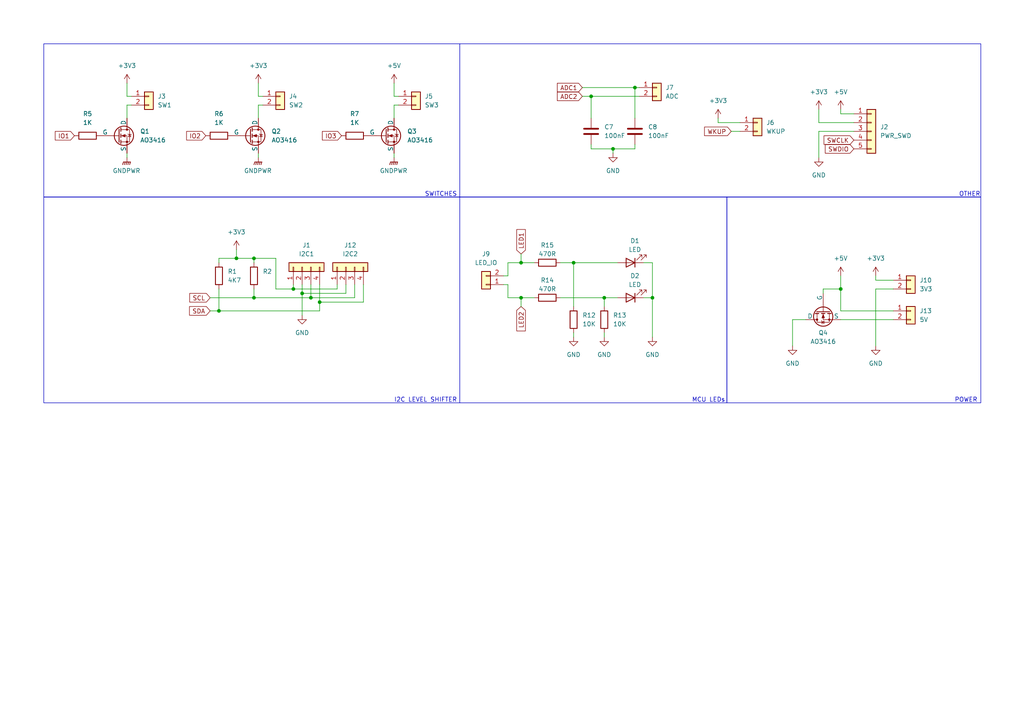
<source format=kicad_sch>
(kicad_sch (version 20230121) (generator eeschema)
  (paper "A4")
  (title_block (title "ESPIOT peripherals") (date "2024-03-17") (rev "2") (company "Emanuele Sormani") (comment 1 "Rev 2: added reverse polarity protection"))
  (lib_symbols
    (symbol "Connector_Generic:Conn_01x02" (pin_names (offset 1.016) hide)
      (property "Reference" "J" (at 0 2.54 0))
      (property "Value" "Conn_01x02" (at 0 -5.08 0))
      (symbol "Conn_01x02_1_1"
        (rectangle (start -1.27 -2.413) (end 0 -2.667) (stroke (width 0.1524)))
        (rectangle (start -1.27 0.127) (end 0 -0.127) (stroke (width 0.1524)))
        (rectangle (start -1.27 1.27) (end 1.27 -3.81) (stroke (width 0.254)) (fill (type background)))
        (pin passive line (at -5.08 0 0) (length 3.81) (name "Pin_1") (number "1"))
        (pin passive line (at -5.08 -2.54 0) (length 3.81) (name "Pin_2") (number "2"))
      )
    )
    (symbol "Connector_Generic:Conn_01x04" (pin_names (offset 1.016) hide)
      (property "Reference" "J" (at 0 5.08 0))
      (property "Value" "Conn_01x04" (at 0 -7.62 0))
      (symbol "Conn_01x04_1_1"
        (rectangle (start -1.27 -4.953) (end 0 -5.207) (stroke (width 0.1524)))
        (rectangle (start -1.27 -2.413) (end 0 -2.667) (stroke (width 0.1524)))
        (rectangle (start -1.27 0.127) (end 0 -0.127) (stroke (width 0.1524)))
        (rectangle (start -1.27 2.667) (end 0 2.413) (stroke (width 0.1524)))
        (rectangle (start -1.27 3.81) (end 1.27 -6.35) (stroke (width 0.254)) (fill (type background)))
        (pin passive line (at -5.08 2.54 0) (length 3.81) (name "Pin_1") (number "1"))
        (pin passive line (at -5.08 0 0) (length 3.81) (name "Pin_2") (number "2"))
        (pin passive line (at -5.08 -2.54 0) (length 3.81) (name "Pin_3") (number "3"))
        (pin passive line (at -5.08 -5.08 0) (length 3.81) (name "Pin_4") (number "4"))
      )
    )
    (symbol "Connector_Generic:Conn_01x05" (pin_names (offset 1.016) hide)
      (property "Reference" "J" (at 0 7.62 0))
      (property "Value" "Conn_01x05" (at 0 -7.62 0))
      (symbol "Conn_01x05_1_1"
        (rectangle (start -1.27 -4.953) (end 0 -5.207) (stroke (width 0.1524)))
        (rectangle (start -1.27 -2.413) (end 0 -2.667) (stroke (width 0.1524)))
        (rectangle (start -1.27 0.127) (end 0 -0.127) (stroke (width 0.1524)))
        (rectangle (start -1.27 2.667) (end 0 2.413) (stroke (width 0.1524)))
        (rectangle (start -1.27 5.207) (end 0 4.953) (stroke (width 0.1524)))
        (rectangle (start -1.27 6.35) (end 1.27 -6.35) (stroke (width 0.254)) (fill (type background)))
        (pin passive line (at -5.08 5.08 0) (length 3.81) (name "Pin_1") (number "1"))
        (pin passive line (at -5.08 2.54 0) (length 3.81) (name "Pin_2") (number "2"))
        (pin passive line (at -5.08 0 0) (length 3.81) (name "Pin_3") (number "3"))
        (pin passive line (at -5.08 -2.54 0) (length 3.81) (name "Pin_4") (number "4"))
        (pin passive line (at -5.08 -5.08 0) (length 3.81) (name "Pin_5") (number "5"))
      )
    )
    (symbol "Device:C" (pin_numbers hide) (pin_names (offset 0.254))
      (property "Reference" "C" (at 0.635 2.54 0))
      (property "Value" "C" (at 0.635 -2.54 0))
      (symbol "C_0_1"
        (polyline (pts (xy -2.032 -0.762) (xy 2.032 -0.762)) (stroke (width 0.508)))
        (polyline (pts (xy -2.032 0.762) (xy 2.032 0.762)) (stroke (width 0.508)))
      )
      (symbol "C_1_1"
        (pin passive line (at 0 3.81 270) (length 2.794) (name "~") (number "1"))
        (pin passive line (at 0 -3.81 90) (length 2.794) (name "~") (number "2"))
      )
    )
    (symbol "Device:LED" (pin_numbers hide) (pin_names (offset 1.016) hide)
      (property "Reference" "D" (at 0 2.54 0))
      (property "Value" "LED" (at 0 -2.54 0))
      (symbol "LED_0_1"
        (polyline (pts (xy -1.27 -1.27) (xy -1.27 1.27)) (stroke (width 0.254)))
        (polyline (pts (xy -1.27 0) (xy 1.27 0)))
        (polyline (pts (xy 1.27 -1.27) (xy 1.27 1.27) (xy -1.27 0) (xy 1.27 -1.27)) (stroke (width 0.254)))
        (polyline (pts (xy -3.048 -0.762) (xy -4.572 -2.286) (xy -3.81 -2.286) (xy -4.572 -2.286) (xy -4.572 -1.524)))
        (polyline (pts (xy -1.778 -0.762) (xy -3.302 -2.286) (xy -2.54 -2.286) (xy -3.302 -2.286) (xy -3.302 -1.524)))
      )
      (symbol "LED_1_1"
        (pin passive line (at -3.81 0 0) (length 2.54) (name "K") (number "1"))
        (pin passive line (at 3.81 0 180) (length 2.54) (name "A") (number "2"))
      )
    )
    (symbol "Device:R" (pin_numbers hide) (pin_names (offset 0))
      (property "Reference" "R" (at 2.032 0 90))
      (property "Value" "R" (at 0 0 90))
      (symbol "R_0_1"
        (rectangle (start -1.016 -2.54) (end 1.016 2.54) (stroke (width 0.254)))
      )
      (symbol "R_1_1"
        (pin passive line (at 0 3.81 270) (length 1.27) (name "~") (number "1"))
        (pin passive line (at 0 -3.81 90) (length 1.27) (name "~") (number "2"))
      )
    )
    (symbol "Simulation_SPICE:NMOS" (pin_numbers hide) (pin_names (offset 0))
      (property "Reference" "Q" (at 5.08 1.27 0))
      (property "Value" "NMOS" (at 5.08 -1.27 0))
      (symbol "NMOS_0_1"
        (polyline (pts (xy 0.254 0) (xy -2.54 0)))
        (polyline (pts (xy 0.254 1.905) (xy 0.254 -1.905)) (stroke (width 0.254)))
        (polyline (pts (xy 0.762 -1.27) (xy 0.762 -2.286)) (stroke (width 0.254)))
        (polyline (pts (xy 0.762 0.508) (xy 0.762 -0.508)) (stroke (width 0.254)))
        (polyline (pts (xy 0.762 2.286) (xy 0.762 1.27)) (stroke (width 0.254)))
        (polyline (pts (xy 2.54 2.54) (xy 2.54 1.778)))
        (polyline (pts (xy 2.54 -2.54) (xy 2.54 0) (xy 0.762 0)))
        (polyline (pts (xy 0.762 -1.778) (xy 3.302 -1.778) (xy 3.302 1.778) (xy 0.762 1.778)))
        (polyline (pts (xy 1.016 0) (xy 2.032 0.381) (xy 2.032 -0.381) (xy 1.016 0)) (fill (type outline)))
        (polyline (pts (xy 2.794 0.508) (xy 2.921 0.381) (xy 3.683 0.381) (xy 3.81 0.254)))
        (polyline (pts (xy 3.302 0.381) (xy 2.921 -0.254) (xy 3.683 -0.254) (xy 3.302 0.381)))
        (circle (center 1.651 0) (radius 2.794) (stroke (width 0.254)))
        (circle (center 2.54 -1.778) (radius 0.254) (fill (type outline)))
        (circle (center 2.54 1.778) (radius 0.254) (fill (type outline)))
      )
      (symbol "NMOS_1_1"
        (pin passive line (at 2.54 5.08 270) (length 2.54) (name "D") (number "1"))
        (pin input line (at -5.08 0 0) (length 2.54) (name "G") (number "2"))
        (pin passive line (at 2.54 -5.08 90) (length 2.54) (name "S") (number "3"))
      )
    )
    (symbol "power:+3V3" (power) (pin_names (offset 0))
      (property "Value" "+3V3" (at 0 3.556 0))
      (symbol "+3V3_0_1"
        (polyline (pts (xy -0.762 1.27) (xy 0 2.54)))
        (polyline (pts (xy 0 0) (xy 0 2.54)))
        (polyline (pts (xy 0 2.54) (xy 0.762 1.27)))
      )
      (symbol "+3V3_1_1"
        (pin power_in line (at 0 0 90) (length 0) hide (name "+3V3") (number "1"))
      )
    )
    (symbol "power:+5V" (power) (pin_names (offset 0))
      (property "Value" "+5V" (at 0 3.556 0))
      (symbol "+5V_0_1"
        (polyline (pts (xy -0.762 1.27) (xy 0 2.54)))
        (polyline (pts (xy 0 0) (xy 0 2.54)))
        (polyline (pts (xy 0 2.54) (xy 0.762 1.27)))
      )
      (symbol "+5V_1_1"
        (pin power_in line (at 0 0 90) (length 0) hide (name "+5V") (number "1"))
      )
    )
    (symbol "power:GND" (power) (pin_names (offset 0))
      (property "Value" "GND" (at 0 -3.81 0))
      (symbol "GND_0_1"
        (polyline (pts (xy 0 0) (xy 0 -1.27) (xy 1.27 -1.27) (xy 0 -2.54) (xy -1.27 -1.27) (xy 0 -1.27)))
      )
      (symbol "GND_1_1"
        (pin power_in line (at 0 0 270) (length 0) hide (name "GND") (number "1"))
      )
    )
    (symbol "power:GNDPWR" (power) (pin_names (offset 0))
      (property "Value" "GNDPWR" (at 0 -3.302 0))
      (symbol "GNDPWR_0_1"
        (polyline (pts (xy 0 -1.27) (xy 0 0)))
        (polyline (pts (xy -1.016 -1.27) (xy -1.27 -2.032) (xy -1.27 -2.032)) (stroke (width 0.2032)))
        (polyline (pts (xy -0.508 -1.27) (xy -0.762 -2.032) (xy -0.762 -2.032)) (stroke (width 0.2032)))
        (polyline (pts (xy 0 -1.27) (xy -0.254 -2.032) (xy -0.254 -2.032)) (stroke (width 0.2032)))
        (polyline (pts (xy 0.508 -1.27) (xy 0.254 -2.032) (xy 0.254 -2.032)) (stroke (width 0.2032)))
        (polyline (pts (xy 1.016 -1.27) (xy -1.016 -1.27) (xy -1.016 -1.27)) (stroke (width 0.2032)))
        (polyline (pts (xy 1.016 -1.27) (xy 0.762 -2.032) (xy 0.762 -2.032) (xy 0.762 -2.032)) (stroke (width 0.2032)))
      )
      (symbol "GNDPWR_1_1"
        (pin power_in line (at 0 0 270) (length 0) hide (name "GNDPWR") (number "1"))
      )
    )
  )
  (junction (at 243.84 83.82))
  (junction (at 68.58 74.93))
  (junction (at 171.45 27.94))
  (junction (at 184.15 25.4))
  (junction (at 73.66 74.93))
  (junction (at 73.66 86.36))
  (junction (at 90.17 86.36))
  (junction (at 92.71 87.63))
  (junction (at 189.23 86.36))
  (junction (at 87.63 85.09))
  (junction (at 177.8 43.18))
  (junction (at 166.37 76.2))
  (junction (at 151.13 86.36))
  (junction (at 151.13 76.2))
  (junction (at 175.26 86.36))
  (junction (at 85.09 83.82))
  (junction (at 63.5 90.17))
  (wire (pts (xy 102.87 86.36) (xy 102.87 82.55)))
  (wire (pts (xy 168.91 25.4) (xy 184.15 25.4)))
  (wire (pts (xy 60.96 86.36) (xy 73.66 86.36)))
  (wire (pts (xy 87.63 82.55) (xy 87.63 85.09)))
  (wire (pts (xy 74.93 27.94) (xy 76.2 27.94)))
  (wire (pts (xy 168.91 27.94) (xy 171.45 27.94)))
  (wire (pts (xy 36.83 44.45) (xy 36.83 45.72)))
  (wire (pts (xy 254 80.01) (xy 254 81.28)))
  (wire (pts (xy 166.37 88.9) (xy 166.37 76.2)))
  (wire (pts (xy 115.57 30.48) (xy 114.3 30.48)))
  (wire (pts (xy 92.71 87.63) (xy 105.41 87.63)))
  (wire (pts (xy 189.23 86.36) (xy 186.69 86.36)))
  (wire (pts (xy 36.83 30.48) (xy 38.1 30.48)))
  (wire (pts (xy 171.45 43.18) (xy 177.8 43.18)))
  (wire (pts (xy 92.71 87.63) (xy 92.71 82.55)))
  (wire (pts (xy 36.83 27.94) (xy 38.1 27.94)))
  (wire (pts (xy 162.56 76.2) (xy 166.37 76.2)))
  (wire (pts (xy 254 81.28) (xy 259.08 81.28)))
  (wire (pts (xy 36.83 24.13) (xy 36.83 27.94)))
  (wire (pts (xy 114.3 44.45) (xy 114.3 45.72)))
  (wire (pts (xy 229.87 92.71) (xy 233.68 92.71)))
  (wire (pts (xy 208.28 35.56) (xy 214.63 35.56)))
  (wire (pts (xy 68.58 74.93) (xy 73.66 74.93)))
  (wire (pts (xy 151.13 76.2) (xy 154.94 76.2)))
  (wire (pts (xy 175.26 88.9) (xy 175.26 86.36)))
  (wire (pts (xy 87.63 85.09) (xy 100.33 85.09)))
  (wire (pts (xy 243.84 92.71) (xy 259.08 92.71)))
  (wire (pts (xy 90.17 82.55) (xy 90.17 86.36)))
  (wire (pts (xy 63.5 76.2) (xy 63.5 74.93)))
  (wire (pts (xy 85.09 82.55) (xy 85.09 83.82)))
  (wire (pts (xy 147.32 80.01) (xy 147.32 76.2)))
  (wire (pts (xy 73.66 83.82) (xy 73.66 86.36)))
  (wire (pts (xy 60.96 90.17) (xy 63.5 90.17)))
  (wire (pts (xy 189.23 76.2) (xy 189.23 86.36)))
  (wire (pts (xy 243.84 83.82) (xy 243.84 90.17)))
  (wire (pts (xy 243.84 90.17) (xy 259.08 90.17)))
  (wire (pts (xy 238.76 83.82) (xy 243.84 83.82)))
  (wire (pts (xy 36.83 34.29) (xy 36.83 30.48)))
  (wire (pts (xy 73.66 86.36) (xy 90.17 86.36)))
  (wire (pts (xy 114.3 30.48) (xy 114.3 34.29)))
  (wire (pts (xy 243.84 80.01) (xy 243.84 83.82)))
  (wire (pts (xy 114.3 27.94) (xy 115.57 27.94)))
  (wire (pts (xy 74.93 24.13) (xy 74.93 27.94)))
  (wire (pts (xy 87.63 85.09) (xy 87.63 91.44)))
  (wire (pts (xy 212.09 38.1) (xy 214.63 38.1)))
  (wire (pts (xy 147.32 82.55) (xy 147.32 86.36)))
  (wire (pts (xy 237.49 38.1) (xy 247.65 38.1)))
  (wire (pts (xy 76.2 30.48) (xy 74.93 30.48)))
  (wire (pts (xy 177.8 43.18) (xy 184.15 43.18)))
  (wire (pts (xy 147.32 76.2) (xy 151.13 76.2)))
  (wire (pts (xy 74.93 44.45) (xy 74.93 45.72)))
  (wire (pts (xy 184.15 25.4) (xy 185.42 25.4)))
  (wire (pts (xy 171.45 27.94) (xy 185.42 27.94)))
  (wire (pts (xy 100.33 85.09) (xy 100.33 82.55)))
  (wire (pts (xy 85.09 83.82) (xy 97.79 83.82)))
  (wire (pts (xy 151.13 86.36) (xy 154.94 86.36)))
  (wire (pts (xy 90.17 86.36) (xy 102.87 86.36)))
  (wire (pts (xy 63.5 74.93) (xy 68.58 74.93)))
  (wire (pts (xy 74.93 30.48) (xy 74.93 34.29)))
  (wire (pts (xy 186.69 76.2) (xy 189.23 76.2)))
  (wire (pts (xy 177.8 43.18) (xy 177.8 44.45)))
  (wire (pts (xy 63.5 90.17) (xy 92.71 90.17)))
  (wire (pts (xy 208.28 34.29) (xy 208.28 35.56)))
  (wire (pts (xy 146.05 80.01) (xy 147.32 80.01)))
  (wire (pts (xy 171.45 27.94) (xy 171.45 34.29)))
  (wire (pts (xy 73.66 76.2) (xy 73.66 74.93)))
  (wire (pts (xy 254 83.82) (xy 259.08 83.82)))
  (wire (pts (xy 92.71 90.17) (xy 92.71 87.63)))
  (wire (pts (xy 166.37 96.52) (xy 166.37 97.79)))
  (wire (pts (xy 166.37 76.2) (xy 179.07 76.2)))
  (wire (pts (xy 238.76 85.09) (xy 238.76 83.82)))
  (wire (pts (xy 146.05 82.55) (xy 147.32 82.55)))
  (wire (pts (xy 189.23 97.79) (xy 189.23 86.36)))
  (wire (pts (xy 105.41 87.63) (xy 105.41 82.55)))
  (wire (pts (xy 85.09 83.82) (xy 80.01 83.82)))
  (wire (pts (xy 97.79 83.82) (xy 97.79 82.55)))
  (wire (pts (xy 184.15 43.18) (xy 184.15 41.91)))
  (wire (pts (xy 243.84 33.02) (xy 247.65 33.02)))
  (wire (pts (xy 80.01 83.82) (xy 80.01 74.93)))
  (wire (pts (xy 162.56 86.36) (xy 175.26 86.36)))
  (wire (pts (xy 237.49 45.72) (xy 237.49 38.1)))
  (wire (pts (xy 147.32 86.36) (xy 151.13 86.36)))
  (wire (pts (xy 229.87 100.33) (xy 229.87 92.71)))
  (wire (pts (xy 175.26 86.36) (xy 179.07 86.36)))
  (wire (pts (xy 237.49 31.75) (xy 237.49 35.56)))
  (wire (pts (xy 237.49 35.56) (xy 247.65 35.56)))
  (wire (pts (xy 175.26 96.52) (xy 175.26 97.79)))
  (wire (pts (xy 151.13 73.66) (xy 151.13 76.2)))
  (wire (pts (xy 184.15 25.4) (xy 184.15 34.29)))
  (wire (pts (xy 114.3 24.13) (xy 114.3 27.94)))
  (wire (pts (xy 151.13 86.36) (xy 151.13 88.9)))
  (wire (pts (xy 171.45 41.91) (xy 171.45 43.18)))
  (wire (pts (xy 63.5 83.82) (xy 63.5 90.17)))
  (wire (pts (xy 243.84 31.75) (xy 243.84 33.02)))
  (wire (pts (xy 254 100.33) (xy 254 83.82)))
  (wire (pts (xy 68.58 74.93) (xy 68.58 72.39)))
  (wire (pts (xy 80.01 74.93) (xy 73.66 74.93)))
  (rectangle (start 133.35 57.15) (end 210.82 116.84))
  (rectangle (start 133.35 12.7) (end 284.48 57.15))
  (rectangle (start 12.7 57.15) (end 133.35 116.84))
  (rectangle (start 210.82 57.15) (end 284.48 116.84))
  (rectangle (start 12.7 12.7) (end 133.35 57.15))
  (text "POWER" (at 276.86 116.84 0) (effects (font (size 1.27 1.27)) (justify left bottom)))
  (text "SWITCHES" (at 123.19 57.15 0) (effects (font (size 1.27 1.27)) (justify left bottom)))
  (text "MCU LEDs" (at 200.66 116.84 0) (effects (font (size 1.27 1.27)) (justify left bottom)))
  (text "I2C LEVEL SHIFTER" (at 114.3 116.84 0) (effects (font (size 1.27 1.27)) (justify left bottom)))
  (text "OTHER" (at 278.13 57.15 0) (effects (font (size 1.27 1.27)) (justify left bottom)))
  (global_label "LED2" (shape input) (at 151.13 88.9 270) (property "Intersheetrefs" "${INTERSHEET_REFS}" (effects hide)))
  (global_label "WKUP" (shape input) (at 212.09 38.1 180) (property "Intersheetrefs" "${INTERSHEET_REFS}" (effects hide)))
  (global_label "IO3" (shape input) (at 99.06 39.37 180) (property "Intersheetrefs" "${INTERSHEET_REFS}" (effects hide)))
  (global_label "SWDIO" (shape input) (at 247.65 43.18 180) (property "Intersheetrefs" "${INTERSHEET_REFS}" (effects hide)))
  (global_label "SWCLK" (shape input) (at 247.65 40.64 180) (property "Intersheetrefs" "${INTERSHEET_REFS}" (effects hide)))
  (global_label "LED1" (shape input) (at 151.13 73.66 90) (property "Intersheetrefs" "${INTERSHEET_REFS}" (effects hide)))
  (global_label "ADC2" (shape input) (at 168.91 27.94 180) (property "Intersheetrefs" "${INTERSHEET_REFS}" (effects hide)))
  (global_label "SCL" (shape input) (at 60.96 86.36 180) (property "Intersheetrefs" "${INTERSHEET_REFS}" (effects hide)))
  (global_label "IO2" (shape input) (at 59.69 39.37 180) (property "Intersheetrefs" "${INTERSHEET_REFS}" (effects hide)))
  (global_label "ADC1" (shape input) (at 168.91 25.4 180) (property "Intersheetrefs" "${INTERSHEET_REFS}" (effects hide)))
  (global_label "SDA" (shape input) (at 60.96 90.17 180) (property "Intersheetrefs" "${INTERSHEET_REFS}" (effects hide)))
  (global_label "IO1" (shape input) (at 21.59 39.37 180) (property "Intersheetrefs" "${INTERSHEET_REFS}" (effects hide)))
  (symbol (lib_id "power:+3V3") (at 74.93 24.13 0) (unit 1)
    (property "Reference" "#PWR023" (effects hide))
    (property "Value" "+3V3" (at 74.93 19.05 0))
  )
  (symbol (lib_id "Connector_Generic:Conn_01x02") (at 120.65 27.94 0) (unit 1)
    (property "Reference" "J5" (at 123.19 27.94 0) (effects (justify left)))
    (property "Value" "SW3" (at 123.19 30.48 0) (effects (justify left)))
    (property "Footprint" "Connector_JST:JST_EH_B2B-EH-A_1x02_P2.50mm_Vertical" (effects hide))
  )
  (symbol (lib_id "power:+3V3") (at 237.49 31.75 0) (unit 1)
    (property "Reference" "#PWR07" (effects hide))
    (property "Value" "+3V3" (at 237.49 26.67 0))
  )
  (symbol (lib_id "Device:R") (at 166.37 92.71 0) (unit 1)
    (property "Reference" "R12" (at 168.91 91.44 0) (effects (justify left)))
    (property "Value" "10K" (at 168.91 93.98 0) (effects (justify left)))
    (property "Footprint" "Resistor_SMD:R_0603_1608Metric" (effects hide))
  )
  (symbol (lib_id "power:+5V") (at 243.84 31.75 0) (unit 1)
    (property "Reference" "#PWR013" (effects hide))
    (property "Value" "+5V" (at 243.84 26.67 0))
  )
  (symbol (lib_id "power:GND") (at 237.49 45.72 0) (unit 1)
    (property "Reference" "#PWR08" (effects hide))
    (property "Value" "GND" (at 237.49 50.8 0))
  )
  (symbol (lib_id "power:GND") (at 177.8 44.45 0) (unit 1)
    (property "Reference" "#PWR028" (effects hide))
    (property "Value" "GND" (at 177.8 49.53 0))
  )
  (symbol (lib_id "Connector_Generic:Conn_01x02") (at 190.5 25.4 0) (unit 1)
    (property "Reference" "J7" (at 193.04 25.4 0) (effects (justify left)))
    (property "Value" "ADC" (at 193.04 27.94 0) (effects (justify left)))
    (property "Footprint" "Connector_JST:JST_EH_B2B-EH-A_1x02_P2.50mm_Vertical" (effects hide))
  )
  (symbol (lib_id "power:GNDPWR") (at 114.3 45.72 0) (unit 1)
    (property "Reference" "#PWR024" (effects hide))
    (property "Value" "GNDPWR" (at 114.173 49.53 0))
  )
  (symbol (lib_id "Connector_Generic:Conn_01x02") (at 140.97 82.55 180) (unit 1)
    (property "Reference" "J9" (at 140.97 73.66 0))
    (property "Value" "LED_IO" (at 140.97 76.2 0))
    (property "Footprint" "Connector_JST:JST_EH_B2B-EH-A_1x02_P2.50mm_Vertical" (effects hide))
  )
  (symbol (lib_id "power:+3V3") (at 68.58 72.39 0) (unit 1)
    (property "Reference" "#PWR06" (effects hide))
    (property "Value" "+3V3" (at 68.58 67.31 0))
  )
  (symbol (lib_id "Device:C") (at 171.45 38.1 0) (unit 1)
    (property "Reference" "C7" (at 175.26 36.83 0) (effects (justify left)))
    (property "Value" "100nF" (at 175.26 39.37 0) (effects (justify left)))
    (property "Footprint" "Capacitor_SMD:C_0603_1608Metric" (effects hide))
  )
  (symbol (lib_id "power:GNDPWR") (at 36.83 45.72 0) (unit 1)
    (property "Reference" "#PWR046" (effects hide))
    (property "Value" "GNDPWR" (at 36.703 49.53 0))
  )
  (symbol (lib_id "Device:R") (at 63.5 39.37 90) (unit 1)
    (property "Reference" "R6" (at 63.5 33.02 90))
    (property "Value" "1K" (at 63.5 35.56 90))
    (property "Footprint" "Resistor_SMD:R_0603_1608Metric" (effects hide))
  )
  (symbol (lib_id "power:GND") (at 175.26 97.79 0) (unit 1)
    (property "Reference" "#PWR034" (effects hide))
    (property "Value" "GND" (at 175.26 102.87 0))
  )
  (symbol (lib_id "power:GNDPWR") (at 74.93 45.72 0) (unit 1)
    (property "Reference" "#PWR022" (effects hide))
    (property "Value" "GNDPWR" (at 74.803 49.53 0))
  )
  (symbol (lib_id "Connector_Generic:Conn_01x05") (at 252.73 38.1 0) (unit 1)
    (property "Reference" "J2" (at 255.27 36.83 0) (effects (justify left)))
    (property "Value" "PWR_SWD" (at 255.27 39.37 0) (effects (justify left)))
    (property "Footprint" "Connector_JST:JST_EH_B5B-EH-A_1x05_P2.50mm_Vertical" (effects hide))
  )
  (symbol (lib_id "Device:R") (at 158.75 86.36 90) (unit 1)
    (property "Reference" "R14" (at 158.75 81.28 90))
    (property "Value" "470R" (at 158.75 83.82 90))
    (property "Footprint" "Resistor_SMD:R_0603_1608Metric" (effects hide))
  )
  (symbol (lib_id "Connector_Generic:Conn_01x02") (at 219.71 35.56 0) (unit 1)
    (property "Reference" "J6" (at 222.25 35.56 0) (effects (justify left)))
    (property "Value" "WKUP" (at 222.25 38.1 0) (effects (justify left)))
    (property "Footprint" "Connector_JST:JST_EH_B2B-EH-A_1x02_P2.50mm_Vertical" (effects hide))
  )
  (symbol (lib_id "power:GND") (at 166.37 97.79 0) (unit 1)
    (property "Reference" "#PWR033" (effects hide))
    (property "Value" "GND" (at 166.37 102.87 0))
  )
  (symbol (lib_id "Device:C") (at 184.15 38.1 0) (unit 1)
    (property "Reference" "C8" (at 187.96 36.83 0) (effects (justify left)))
    (property "Value" "100nF" (at 187.96 39.37 0) (effects (justify left)))
    (property "Footprint" "Capacitor_SMD:C_0603_1608Metric" (effects hide))
  )
  (symbol (lib_id "power:+3V3") (at 254 80.01 0) (unit 1)
    (property "Reference" "#PWR020" (effects hide))
    (property "Value" "+3V3" (at 254 74.93 0))
  )
  (symbol (lib_id "Device:R") (at 25.4 39.37 90) (unit 1)
    (property "Reference" "R5" (at 25.4 33.02 90))
    (property "Value" "1K" (at 25.4 35.56 90))
    (property "Footprint" "Resistor_SMD:R_0603_1608Metric" (effects hide))
  )
  (symbol (lib_id "Connector_Generic:Conn_01x02") (at 264.16 90.17 0) (unit 1)
    (property "Reference" "J13" (at 266.7 90.17 0) (effects (justify left)))
    (property "Value" "5V" (at 266.7 92.71 0) (effects (justify left)))
    (property "Footprint" "Connector_JST:JST_EH_B2B-EH-A_1x02_P2.50mm_Vertical" (effects hide))
  )
  (symbol (lib_id "power:+3V3") (at 36.83 24.13 0) (unit 1)
    (property "Reference" "#PWR021" (effects hide))
    (property "Value" "+3V3" (at 36.83 19.05 0))
  )
  (symbol (lib_id "Device:LED") (at 182.88 76.2 180) (unit 1)
    (property "Reference" "D1" (at 184.15 69.85 0))
    (property "Value" "LED" (at 184.15 72.39 0))
    (property "Footprint" "LED_SMD:LED_0805_2012Metric" (effects hide))
  )
  (symbol (lib_id "Device:LED") (at 182.88 86.36 180) (unit 1)
    (property "Reference" "D2" (at 184.15 80.01 0))
    (property "Value" "LED" (at 184.15 82.55 0))
    (property "Footprint" "LED_SMD:LED_0603_1608Metric" (effects hide))
  )
  (symbol (lib_id "power:+5V") (at 114.3 24.13 0) (unit 1)
    (property "Reference" "#PWR025" (effects hide))
    (property "Value" "+5V" (at 114.3 19.05 0))
  )
  (symbol (lib_id "Device:R") (at 73.66 80.01 0) (unit 1)
    (property "Reference" "R2" (at 76.2 78.74 0) (effects (justify left)))
    (property "Value" "4K7" (effects hide))
    (property "Footprint" "Resistor_SMD:R_0603_1608Metric" (effects hide))
  )
  (symbol (lib_id "Connector_Generic:Conn_01x02") (at 81.28 27.94 0) (unit 1)
    (property "Reference" "J4" (at 83.82 27.94 0) (effects (justify left)))
    (property "Value" "SW2" (at 83.82 30.48 0) (effects (justify left)))
    (property "Footprint" "Connector_JST:JST_EH_B2B-EH-A_1x02_P2.50mm_Vertical" (effects hide))
  )
  (symbol (lib_id "Connector_Generic:Conn_01x02") (at 43.18 27.94 0) (unit 1)
    (property "Reference" "J3" (at 45.72 27.94 0) (effects (justify left)))
    (property "Value" "SW1" (at 45.72 30.48 0) (effects (justify left)))
    (property "Footprint" "Connector_JST:JST_EH_B2B-EH-A_1x02_P2.50mm_Vertical" (effects hide))
  )
  (symbol (lib_id "Simulation_SPICE:NMOS") (at 34.29 39.37 0) (unit 1)
    (property "Reference" "Q1" (at 40.64 38.1 0) (effects (justify left)))
    (property "Value" "AO3416" (at 40.64 40.64 0) (effects (justify left)))
    (property "Footprint" "Package_TO_SOT_SMD:SOT-23" (effects hide))
    (property "Datasheet" "https://ngspice.sourceforge.io/docs/ngspice-manual.pdf" (effects hide))
    (property "Sim.Device" "NMOS" (effects hide))
    (property "Sim.Type" "VDMOS" (effects hide))
    (property "Sim.Pins" "1=D 2=G 3=S" (effects hide))
  )
  (symbol (lib_id "Device:R") (at 102.87 39.37 90) (unit 1)
    (property "Reference" "R7" (at 102.87 33.02 90))
    (property "Value" "1K" (at 102.87 35.56 90))
    (property "Footprint" "Resistor_SMD:R_0603_1608Metric" (effects hide))
  )
  (symbol (lib_id "Device:R") (at 63.5 80.01 0) (unit 1)
    (property "Reference" "R1" (at 66.04 78.74 0) (effects (justify left)))
    (property "Value" "4K7" (at 66.04 81.28 0) (effects (justify left)))
    (property "Footprint" "Resistor_SMD:R_0603_1608Metric" (effects hide))
  )
  (symbol (lib_id "Simulation_SPICE:NMOS") (at 238.76 90.17 90) (mirror x) (unit 1)
    (property "Reference" "Q4" (at 238.76 96.52 90))
    (property "Value" "AO3416" (at 238.76 99.06 90))
    (property "Footprint" "Package_TO_SOT_SMD:SOT-23" (effects hide))
    (property "Datasheet" "https://ngspice.sourceforge.io/docs/ngspice-manual.pdf" (effects hide))
    (property "Sim.Device" "NMOS" (effects hide))
    (property "Sim.Type" "VDMOS" (effects hide))
    (property "Sim.Pins" "1=D 2=G 3=S" (effects hide))
  )
  (symbol (lib_id "power:GND") (at 87.63 91.44 0) (unit 1)
    (property "Reference" "#PWR029" (effects hide))
    (property "Value" "GND" (at 87.63 96.52 0))
  )
  (symbol (lib_id "power:+5V") (at 243.84 80.01 0) (unit 1)
    (property "Reference" "#PWR042" (effects hide))
    (property "Value" "+5V" (at 243.84 74.93 0))
  )
  (symbol (lib_id "power:GND") (at 254 100.33 0) (unit 1)
    (property "Reference" "#PWR044" (effects hide))
    (property "Value" "GND" (at 254 105.41 0))
  )
  (symbol (lib_id "Device:R") (at 175.26 92.71 0) (unit 1)
    (property "Reference" "R13" (at 177.8 91.44 0) (effects (justify left)))
    (property "Value" "10K" (at 177.8 93.98 0) (effects (justify left)))
    (property "Footprint" "Resistor_SMD:R_0603_1608Metric" (effects hide))
  )
  (symbol (lib_id "Simulation_SPICE:NMOS") (at 111.76 39.37 0) (unit 1)
    (property "Reference" "Q3" (at 118.11 38.1 0) (effects (justify left)))
    (property "Value" "AO3416" (at 118.11 40.64 0) (effects (justify left)))
    (property "Footprint" "Package_TO_SOT_SMD:SOT-23" (effects hide))
    (property "Datasheet" "https://ngspice.sourceforge.io/docs/ngspice-manual.pdf" (effects hide))
    (property "Sim.Device" "NMOS" (effects hide))
    (property "Sim.Type" "VDMOS" (effects hide))
    (property "Sim.Pins" "1=D 2=G 3=S" (effects hide))
  )
  (symbol (lib_id "power:GND") (at 189.23 97.79 0) (unit 1)
    (property "Reference" "#PWR035" (effects hide))
    (property "Value" "GND" (at 189.23 102.87 0))
  )
  (symbol (lib_id "Device:R") (at 158.75 76.2 90) (unit 1)
    (property "Reference" "R15" (at 158.75 71.12 90))
    (property "Value" "470R" (at 158.75 73.66 90))
    (property "Footprint" "Resistor_SMD:R_0603_1608Metric" (effects hide))
  )
  (symbol (lib_id "Simulation_SPICE:NMOS") (at 72.39 39.37 0) (unit 1)
    (property "Reference" "Q2" (at 78.74 38.1 0) (effects (justify left)))
    (property "Value" "AO3416" (at 78.74 40.64 0) (effects (justify left)))
    (property "Footprint" "Package_TO_SOT_SMD:SOT-23" (effects hide))
    (property "Datasheet" "https://ngspice.sourceforge.io/docs/ngspice-manual.pdf" (effects hide))
    (property "Sim.Device" "NMOS" (effects hide))
    (property "Sim.Type" "VDMOS" (effects hide))
    (property "Sim.Pins" "1=D 2=G 3=S" (effects hide))
  )
  (symbol (lib_id "power:GND") (at 229.87 100.33 0) (unit 1)
    (property "Reference" "#PWR036" (effects hide))
    (property "Value" "GND" (at 229.87 105.41 0))
  )
  (symbol (lib_id "Connector_Generic:Conn_01x02") (at 264.16 81.28 0) (unit 1)
    (property "Reference" "J10" (at 266.7 81.28 0) (effects (justify left)))
    (property "Value" "3V3" (at 266.7 83.82 0) (effects (justify left)))
    (property "Footprint" "Connector_JST:JST_EH_B2B-EH-A_1x02_P2.50mm_Vertical" (effects hide))
  )
  (symbol (lib_id "Connector_Generic:Conn_01x04") (at 100.33 77.47 90) (unit 1)
    (property "Reference" "J12" (at 101.6 71.12 90))
    (property "Value" "I2C2" (at 101.6 73.66 90))
    (property "Footprint" "Connector_JST:JST_EH_B4B-EH-A_1x04_P2.50mm_Vertical" (effects hide))
  )
  (symbol (lib_id "Connector_Generic:Conn_01x04") (at 87.63 77.47 90) (unit 1)
    (property "Reference" "J1" (at 88.9 71.12 90))
    (property "Value" "I2C1" (at 88.9 73.66 90))
    (property "Footprint" "Connector_JST:JST_EH_B4B-EH-A_1x04_P2.50mm_Vertical" (effects hide))
  )
  (symbol (lib_id "power:+3V3") (at 208.28 34.29 0) (unit 1)
    (property "Reference" "#PWR027" (effects hide))
    (property "Value" "+3V3" (at 208.28 29.21 0))
  )
)
</source>
